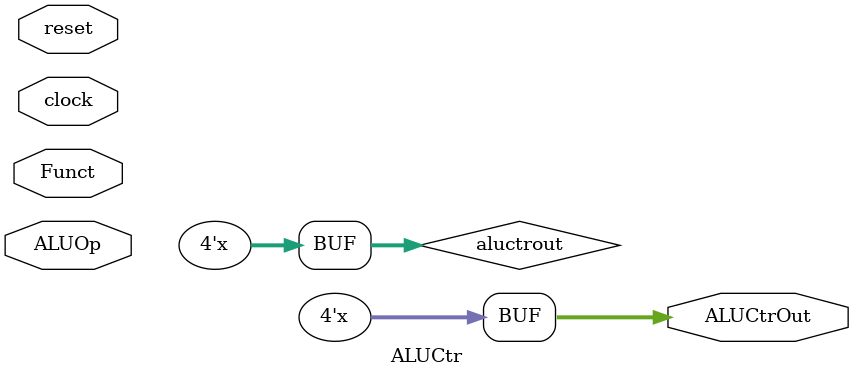
<source format=v>
`timescale 1ns / 1ps


module ALUCtr(input clock, input [1:0] ALUOp, input [5:0] Funct, 
input reset,output [3:0] ALUCtrOut);

    reg [3:0] aluctrout;
    
    always @(posedge clock)
    begin
        casex({ALUOp,Funct})
            8'b00xxxxxx: aluctrout = 4'b0010; 
            8'b01xxxxxx: aluctrout = 4'b0110;
            8'b1xxx0000: aluctrout = 4'b0010;
            8'b1xxx0010: aluctrout = 4'b0110;
            8'b1xxx0100: aluctrout = 4'b0000;
            8'b1xxx0101: aluctrout = 4'b0001;
            8'b1xxx1010: aluctrout = 4'b0111;
            default:     aluctrout = 4'b1111;
        endcase
    end
    
    always @(*)
    begin
        if (reset)
            aluctrout = 4'bx;
    end
   
    assign ALUCtrOut = aluctrout;
    
    
    
endmodule

</source>
